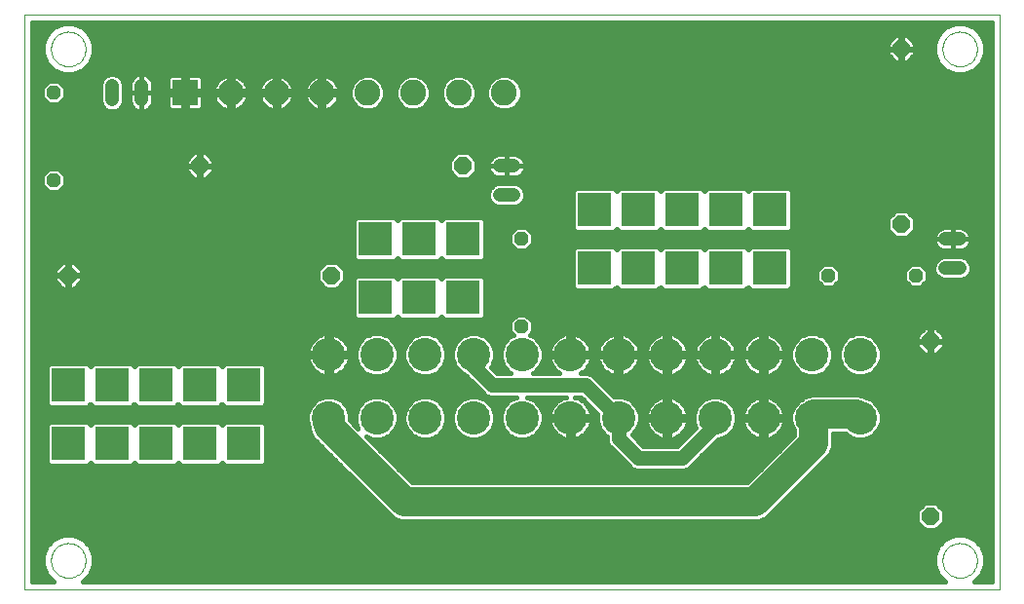
<source format=gbl>
G75*
G70*
%OFA0B0*%
%FSLAX24Y24*%
%IPPOS*%
%LPD*%
%AMOC8*
5,1,8,0,0,1.08239X$1,22.5*
%
%ADD10C,0.0000*%
%ADD11R,0.0886X0.0886*%
%ADD12C,0.0886*%
%ADD13C,0.1142*%
%ADD14OC8,0.0600*%
%ADD15OC8,0.0480*%
%ADD16C,0.0480*%
%ADD17C,0.0160*%
%ADD18R,0.1181X0.1181*%
%ADD19C,0.0500*%
%ADD20C,0.1000*%
D10*
X000180Y000680D02*
X000180Y020365D01*
X033550Y020365D01*
X033550Y000680D01*
X000180Y000680D01*
X001089Y001680D02*
X001091Y001728D01*
X001097Y001776D01*
X001107Y001823D01*
X001120Y001869D01*
X001138Y001914D01*
X001158Y001958D01*
X001183Y002000D01*
X001211Y002039D01*
X001241Y002076D01*
X001275Y002110D01*
X001312Y002142D01*
X001350Y002171D01*
X001391Y002196D01*
X001434Y002218D01*
X001479Y002236D01*
X001525Y002250D01*
X001572Y002261D01*
X001620Y002268D01*
X001668Y002271D01*
X001716Y002270D01*
X001764Y002265D01*
X001812Y002256D01*
X001858Y002244D01*
X001903Y002227D01*
X001947Y002207D01*
X001989Y002184D01*
X002029Y002157D01*
X002067Y002127D01*
X002102Y002094D01*
X002134Y002058D01*
X002164Y002020D01*
X002190Y001979D01*
X002212Y001936D01*
X002232Y001892D01*
X002247Y001847D01*
X002259Y001800D01*
X002267Y001752D01*
X002271Y001704D01*
X002271Y001656D01*
X002267Y001608D01*
X002259Y001560D01*
X002247Y001513D01*
X002232Y001468D01*
X002212Y001424D01*
X002190Y001381D01*
X002164Y001340D01*
X002134Y001302D01*
X002102Y001266D01*
X002067Y001233D01*
X002029Y001203D01*
X001989Y001176D01*
X001947Y001153D01*
X001903Y001133D01*
X001858Y001116D01*
X001812Y001104D01*
X001764Y001095D01*
X001716Y001090D01*
X001668Y001089D01*
X001620Y001092D01*
X001572Y001099D01*
X001525Y001110D01*
X001479Y001124D01*
X001434Y001142D01*
X001391Y001164D01*
X001350Y001189D01*
X001312Y001218D01*
X001275Y001250D01*
X001241Y001284D01*
X001211Y001321D01*
X001183Y001360D01*
X001158Y001402D01*
X001138Y001446D01*
X001120Y001491D01*
X001107Y001537D01*
X001097Y001584D01*
X001091Y001632D01*
X001089Y001680D01*
X001089Y019180D02*
X001091Y019228D01*
X001097Y019276D01*
X001107Y019323D01*
X001120Y019369D01*
X001138Y019414D01*
X001158Y019458D01*
X001183Y019500D01*
X001211Y019539D01*
X001241Y019576D01*
X001275Y019610D01*
X001312Y019642D01*
X001350Y019671D01*
X001391Y019696D01*
X001434Y019718D01*
X001479Y019736D01*
X001525Y019750D01*
X001572Y019761D01*
X001620Y019768D01*
X001668Y019771D01*
X001716Y019770D01*
X001764Y019765D01*
X001812Y019756D01*
X001858Y019744D01*
X001903Y019727D01*
X001947Y019707D01*
X001989Y019684D01*
X002029Y019657D01*
X002067Y019627D01*
X002102Y019594D01*
X002134Y019558D01*
X002164Y019520D01*
X002190Y019479D01*
X002212Y019436D01*
X002232Y019392D01*
X002247Y019347D01*
X002259Y019300D01*
X002267Y019252D01*
X002271Y019204D01*
X002271Y019156D01*
X002267Y019108D01*
X002259Y019060D01*
X002247Y019013D01*
X002232Y018968D01*
X002212Y018924D01*
X002190Y018881D01*
X002164Y018840D01*
X002134Y018802D01*
X002102Y018766D01*
X002067Y018733D01*
X002029Y018703D01*
X001989Y018676D01*
X001947Y018653D01*
X001903Y018633D01*
X001858Y018616D01*
X001812Y018604D01*
X001764Y018595D01*
X001716Y018590D01*
X001668Y018589D01*
X001620Y018592D01*
X001572Y018599D01*
X001525Y018610D01*
X001479Y018624D01*
X001434Y018642D01*
X001391Y018664D01*
X001350Y018689D01*
X001312Y018718D01*
X001275Y018750D01*
X001241Y018784D01*
X001211Y018821D01*
X001183Y018860D01*
X001158Y018902D01*
X001138Y018946D01*
X001120Y018991D01*
X001107Y019037D01*
X001097Y019084D01*
X001091Y019132D01*
X001089Y019180D01*
X031589Y019180D02*
X031591Y019228D01*
X031597Y019276D01*
X031607Y019323D01*
X031620Y019369D01*
X031638Y019414D01*
X031658Y019458D01*
X031683Y019500D01*
X031711Y019539D01*
X031741Y019576D01*
X031775Y019610D01*
X031812Y019642D01*
X031850Y019671D01*
X031891Y019696D01*
X031934Y019718D01*
X031979Y019736D01*
X032025Y019750D01*
X032072Y019761D01*
X032120Y019768D01*
X032168Y019771D01*
X032216Y019770D01*
X032264Y019765D01*
X032312Y019756D01*
X032358Y019744D01*
X032403Y019727D01*
X032447Y019707D01*
X032489Y019684D01*
X032529Y019657D01*
X032567Y019627D01*
X032602Y019594D01*
X032634Y019558D01*
X032664Y019520D01*
X032690Y019479D01*
X032712Y019436D01*
X032732Y019392D01*
X032747Y019347D01*
X032759Y019300D01*
X032767Y019252D01*
X032771Y019204D01*
X032771Y019156D01*
X032767Y019108D01*
X032759Y019060D01*
X032747Y019013D01*
X032732Y018968D01*
X032712Y018924D01*
X032690Y018881D01*
X032664Y018840D01*
X032634Y018802D01*
X032602Y018766D01*
X032567Y018733D01*
X032529Y018703D01*
X032489Y018676D01*
X032447Y018653D01*
X032403Y018633D01*
X032358Y018616D01*
X032312Y018604D01*
X032264Y018595D01*
X032216Y018590D01*
X032168Y018589D01*
X032120Y018592D01*
X032072Y018599D01*
X032025Y018610D01*
X031979Y018624D01*
X031934Y018642D01*
X031891Y018664D01*
X031850Y018689D01*
X031812Y018718D01*
X031775Y018750D01*
X031741Y018784D01*
X031711Y018821D01*
X031683Y018860D01*
X031658Y018902D01*
X031638Y018946D01*
X031620Y018991D01*
X031607Y019037D01*
X031597Y019084D01*
X031591Y019132D01*
X031589Y019180D01*
X031589Y001680D02*
X031591Y001728D01*
X031597Y001776D01*
X031607Y001823D01*
X031620Y001869D01*
X031638Y001914D01*
X031658Y001958D01*
X031683Y002000D01*
X031711Y002039D01*
X031741Y002076D01*
X031775Y002110D01*
X031812Y002142D01*
X031850Y002171D01*
X031891Y002196D01*
X031934Y002218D01*
X031979Y002236D01*
X032025Y002250D01*
X032072Y002261D01*
X032120Y002268D01*
X032168Y002271D01*
X032216Y002270D01*
X032264Y002265D01*
X032312Y002256D01*
X032358Y002244D01*
X032403Y002227D01*
X032447Y002207D01*
X032489Y002184D01*
X032529Y002157D01*
X032567Y002127D01*
X032602Y002094D01*
X032634Y002058D01*
X032664Y002020D01*
X032690Y001979D01*
X032712Y001936D01*
X032732Y001892D01*
X032747Y001847D01*
X032759Y001800D01*
X032767Y001752D01*
X032771Y001704D01*
X032771Y001656D01*
X032767Y001608D01*
X032759Y001560D01*
X032747Y001513D01*
X032732Y001468D01*
X032712Y001424D01*
X032690Y001381D01*
X032664Y001340D01*
X032634Y001302D01*
X032602Y001266D01*
X032567Y001233D01*
X032529Y001203D01*
X032489Y001176D01*
X032447Y001153D01*
X032403Y001133D01*
X032358Y001116D01*
X032312Y001104D01*
X032264Y001095D01*
X032216Y001090D01*
X032168Y001089D01*
X032120Y001092D01*
X032072Y001099D01*
X032025Y001110D01*
X031979Y001124D01*
X031934Y001142D01*
X031891Y001164D01*
X031850Y001189D01*
X031812Y001218D01*
X031775Y001250D01*
X031741Y001284D01*
X031711Y001321D01*
X031683Y001360D01*
X031658Y001402D01*
X031638Y001446D01*
X031620Y001491D01*
X031607Y001537D01*
X031597Y001584D01*
X031591Y001632D01*
X031589Y001680D01*
D11*
X005680Y017680D03*
D12*
X007239Y017680D03*
X008798Y017680D03*
X010357Y017680D03*
X011916Y017680D03*
X013475Y017680D03*
X015034Y017680D03*
X016593Y017680D03*
D13*
X017200Y008719D03*
X018853Y008719D03*
X020507Y008719D03*
X022160Y008719D03*
X023814Y008719D03*
X025467Y008719D03*
X027121Y008719D03*
X028774Y008719D03*
X028774Y006554D03*
X027121Y006554D03*
X025467Y006554D03*
X023814Y006554D03*
X022160Y006554D03*
X020507Y006554D03*
X018853Y006554D03*
X017200Y006554D03*
X015546Y006554D03*
X013893Y006554D03*
X012239Y006554D03*
X010586Y006554D03*
X010586Y008719D03*
X012239Y008719D03*
X013893Y008719D03*
X015546Y008719D03*
D14*
X010680Y011430D03*
X006180Y015180D03*
X001680Y011430D03*
X015180Y015180D03*
X030180Y013180D03*
X031180Y009180D03*
X031180Y003180D03*
X030180Y019180D03*
D15*
X030680Y011430D03*
X027680Y011430D03*
X017180Y012680D03*
X017180Y009680D03*
X001180Y014680D03*
X001180Y017680D03*
D16*
X003180Y017440D02*
X003180Y017920D01*
X004180Y017920D02*
X004180Y017440D01*
X016440Y015180D02*
X016920Y015180D01*
X016920Y014180D02*
X016440Y014180D01*
X031690Y012680D02*
X032170Y012680D01*
X032170Y011680D02*
X031690Y011680D01*
D17*
X031378Y011934D02*
X026431Y011934D01*
X026431Y012092D02*
X033270Y012092D01*
X033270Y011934D02*
X032482Y011934D01*
X032509Y011907D02*
X032397Y012019D01*
X032250Y012080D01*
X031610Y012080D01*
X031463Y012019D01*
X031351Y011907D01*
X031290Y011760D01*
X031290Y011600D01*
X031351Y011453D01*
X031463Y011341D01*
X031610Y011280D01*
X032250Y011280D01*
X032397Y011341D01*
X032509Y011453D01*
X032570Y011600D01*
X032570Y011760D01*
X032509Y011907D01*
X032564Y011775D02*
X033270Y011775D01*
X033270Y011617D02*
X032570Y011617D01*
X032511Y011458D02*
X033270Y011458D01*
X033270Y011300D02*
X032297Y011300D01*
X031563Y011300D02*
X031080Y011300D01*
X031080Y011264D02*
X030846Y011030D01*
X030514Y011030D01*
X030280Y011264D01*
X030280Y011596D01*
X030514Y011830D01*
X030846Y011830D01*
X031080Y011596D01*
X031080Y011264D01*
X030957Y011141D02*
X033270Y011141D01*
X033270Y010983D02*
X026390Y010983D01*
X026431Y011023D02*
X026431Y012337D01*
X026337Y012431D01*
X025023Y012431D01*
X024930Y012337D01*
X024837Y012431D01*
X023523Y012431D01*
X023430Y012337D01*
X023337Y012431D01*
X022023Y012431D01*
X021930Y012337D01*
X021837Y012431D01*
X020523Y012431D01*
X020430Y012337D01*
X020337Y012431D01*
X019023Y012431D01*
X018929Y012337D01*
X018929Y011023D01*
X019023Y010929D01*
X020337Y010929D01*
X020430Y011023D01*
X020523Y010929D01*
X021837Y010929D01*
X021930Y011023D01*
X022023Y010929D01*
X023337Y010929D01*
X023430Y011023D01*
X023523Y010929D01*
X024837Y010929D01*
X024930Y011023D01*
X025023Y010929D01*
X026337Y010929D01*
X026431Y011023D01*
X026431Y011141D02*
X027403Y011141D01*
X027514Y011030D02*
X027280Y011264D01*
X027280Y011596D01*
X027514Y011830D01*
X027846Y011830D01*
X028080Y011596D01*
X028080Y011264D01*
X027846Y011030D01*
X027514Y011030D01*
X027280Y011300D02*
X026431Y011300D01*
X026431Y011458D02*
X027280Y011458D01*
X027301Y011617D02*
X026431Y011617D01*
X026431Y011775D02*
X027459Y011775D01*
X027901Y011775D02*
X030459Y011775D01*
X030301Y011617D02*
X028059Y011617D01*
X028080Y011458D02*
X030280Y011458D01*
X030280Y011300D02*
X028080Y011300D01*
X027957Y011141D02*
X030403Y011141D01*
X031080Y011458D02*
X031349Y011458D01*
X031290Y011617D02*
X031059Y011617D01*
X030901Y011775D02*
X031296Y011775D01*
X031501Y012326D02*
X031573Y012295D01*
X031651Y012280D01*
X031930Y012280D01*
X032209Y012280D01*
X032287Y012295D01*
X032359Y012326D01*
X032425Y012369D01*
X032481Y012425D01*
X032524Y012491D01*
X032555Y012563D01*
X032570Y012641D01*
X032570Y012680D01*
X032570Y012719D01*
X032555Y012797D01*
X032524Y012869D01*
X032481Y012935D01*
X032425Y012991D01*
X032359Y013034D01*
X032287Y013065D01*
X032209Y013080D01*
X031930Y013080D01*
X031930Y012680D01*
X031930Y012680D01*
X032570Y012680D01*
X031930Y012680D01*
X031930Y012680D01*
X031930Y013080D01*
X031651Y013080D01*
X031573Y013065D01*
X031501Y013034D01*
X031435Y012991D01*
X031379Y012935D01*
X031336Y012869D01*
X031305Y012797D01*
X031290Y012719D01*
X031290Y012680D01*
X031930Y012680D01*
X031930Y012280D01*
X031930Y012680D01*
X031930Y012680D01*
X031930Y012680D01*
X031290Y012680D01*
X031290Y012641D01*
X031305Y012563D01*
X031336Y012491D01*
X031379Y012425D01*
X031435Y012369D01*
X031501Y012326D01*
X031395Y012409D02*
X026358Y012409D01*
X026431Y012251D02*
X033270Y012251D01*
X033270Y012409D02*
X032465Y012409D01*
X032555Y012568D02*
X033270Y012568D01*
X033270Y012726D02*
X032569Y012726D01*
X032514Y012885D02*
X033270Y012885D01*
X033270Y013043D02*
X032339Y013043D01*
X031930Y013043D02*
X031930Y013043D01*
X031930Y012885D02*
X031930Y012885D01*
X031930Y012726D02*
X031930Y012726D01*
X031930Y012568D02*
X031930Y012568D01*
X031930Y012409D02*
X031930Y012409D01*
X031305Y012568D02*
X017580Y012568D01*
X017580Y012514D02*
X017346Y012280D01*
X017014Y012280D01*
X016780Y012514D01*
X016780Y012846D01*
X017014Y013080D01*
X017346Y013080D01*
X017580Y012846D01*
X017580Y012514D01*
X017475Y012409D02*
X019002Y012409D01*
X018929Y012251D02*
X015931Y012251D01*
X015931Y012409D02*
X016885Y012409D01*
X016780Y012568D02*
X015931Y012568D01*
X015931Y012726D02*
X016780Y012726D01*
X016819Y012885D02*
X015931Y012885D01*
X015931Y013043D02*
X016977Y013043D01*
X017383Y013043D02*
X018929Y013043D01*
X018929Y013023D02*
X019023Y012929D01*
X020337Y012929D01*
X020430Y013023D01*
X020523Y012929D01*
X021837Y012929D01*
X021930Y013023D01*
X022023Y012929D01*
X023337Y012929D01*
X023430Y013023D01*
X023523Y012929D01*
X024837Y012929D01*
X024930Y013023D01*
X025023Y012929D01*
X026337Y012929D01*
X026431Y013023D01*
X026431Y014337D01*
X026337Y014431D01*
X025023Y014431D01*
X024930Y014337D01*
X024837Y014431D01*
X023523Y014431D01*
X023430Y014337D01*
X023337Y014431D01*
X022023Y014431D01*
X021930Y014337D01*
X021837Y014431D01*
X020523Y014431D01*
X020430Y014337D01*
X020337Y014431D01*
X019023Y014431D01*
X018929Y014337D01*
X018929Y013023D01*
X018929Y013202D02*
X015931Y013202D01*
X015931Y013337D02*
X015837Y013431D01*
X014523Y013431D01*
X014430Y013337D01*
X014337Y013431D01*
X013023Y013431D01*
X012930Y013337D01*
X012837Y013431D01*
X011523Y013431D01*
X011429Y013337D01*
X011429Y012023D01*
X011523Y011929D01*
X012837Y011929D01*
X012930Y012023D01*
X013023Y011929D01*
X014337Y011929D01*
X014430Y012023D01*
X014523Y011929D01*
X015837Y011929D01*
X015931Y012023D01*
X015931Y013337D01*
X015907Y013360D02*
X018929Y013360D01*
X018929Y013519D02*
X000460Y013519D01*
X000460Y013677D02*
X018929Y013677D01*
X018929Y013836D02*
X017134Y013836D01*
X017147Y013841D02*
X017259Y013953D01*
X017320Y014100D01*
X017320Y014260D01*
X017259Y014407D01*
X017147Y014519D01*
X017000Y014580D01*
X016360Y014580D01*
X016213Y014519D01*
X016101Y014407D01*
X016040Y014260D01*
X016040Y014100D01*
X016101Y013953D01*
X016213Y013841D01*
X016360Y013780D01*
X017000Y013780D01*
X017147Y013841D01*
X017276Y013994D02*
X018929Y013994D01*
X018929Y014153D02*
X017320Y014153D01*
X017299Y014311D02*
X018929Y014311D01*
X017196Y014470D02*
X033270Y014470D01*
X033270Y014628D02*
X001580Y014628D01*
X001580Y014514D02*
X001346Y014280D01*
X001014Y014280D01*
X000780Y014514D01*
X000780Y014846D01*
X001014Y015080D01*
X001346Y015080D01*
X001580Y014846D01*
X001580Y014514D01*
X001535Y014470D02*
X016164Y014470D01*
X016061Y014311D02*
X001377Y014311D01*
X000983Y014311D02*
X000460Y014311D01*
X000460Y014153D02*
X016040Y014153D01*
X016084Y013994D02*
X000460Y013994D01*
X000460Y013836D02*
X016226Y013836D01*
X015371Y014720D02*
X014989Y014720D01*
X014720Y014989D01*
X014720Y015371D01*
X014989Y015640D01*
X015371Y015640D01*
X015640Y015371D01*
X015640Y014989D01*
X015371Y014720D01*
X015437Y014787D02*
X016368Y014787D01*
X016401Y014780D02*
X016680Y014780D01*
X016959Y014780D01*
X017037Y014795D01*
X017109Y014826D01*
X017175Y014869D01*
X017231Y014925D01*
X017274Y014991D01*
X017305Y015063D01*
X017320Y015141D01*
X017320Y015180D01*
X017320Y015219D01*
X017305Y015297D01*
X017274Y015369D01*
X017231Y015435D01*
X017175Y015491D01*
X017109Y015534D01*
X017037Y015565D01*
X016959Y015580D01*
X016680Y015580D01*
X016680Y015180D01*
X016680Y015180D01*
X017320Y015180D01*
X016680Y015180D01*
X016680Y015180D01*
X016680Y015580D01*
X016401Y015580D01*
X016323Y015565D01*
X016251Y015534D01*
X016185Y015491D01*
X016129Y015435D01*
X016086Y015369D01*
X016055Y015297D01*
X016040Y015219D01*
X016040Y015180D01*
X016680Y015180D01*
X016680Y014780D01*
X016680Y015180D01*
X016680Y015180D01*
X016680Y015180D01*
X016040Y015180D01*
X016040Y015141D01*
X016055Y015063D01*
X016086Y014991D01*
X016129Y014925D01*
X016185Y014869D01*
X016251Y014826D01*
X016323Y014795D01*
X016401Y014780D01*
X016680Y014787D02*
X016680Y014787D01*
X016680Y014945D02*
X016680Y014945D01*
X016680Y015104D02*
X016680Y015104D01*
X016680Y015262D02*
X016680Y015262D01*
X016680Y015421D02*
X016680Y015421D01*
X016680Y015579D02*
X016680Y015579D01*
X016396Y015579D02*
X015432Y015579D01*
X015590Y015421D02*
X016120Y015421D01*
X016048Y015262D02*
X015640Y015262D01*
X015640Y015104D02*
X016047Y015104D01*
X016116Y014945D02*
X015596Y014945D01*
X014923Y014787D02*
X006437Y014787D01*
X006371Y014720D02*
X006640Y014989D01*
X006640Y015160D01*
X006200Y015160D01*
X006200Y015200D01*
X006640Y015200D01*
X006640Y015371D01*
X006371Y015640D01*
X006200Y015640D01*
X006200Y015200D01*
X006160Y015200D01*
X006160Y015640D01*
X005989Y015640D01*
X005720Y015371D01*
X005720Y015200D01*
X006160Y015200D01*
X006160Y015160D01*
X006200Y015160D01*
X006200Y014720D01*
X006371Y014720D01*
X006200Y014787D02*
X006160Y014787D01*
X006160Y014720D02*
X005989Y014720D01*
X005720Y014989D01*
X005720Y015160D01*
X006160Y015160D01*
X006160Y014720D01*
X006160Y014945D02*
X006200Y014945D01*
X006200Y015104D02*
X006160Y015104D01*
X006160Y015262D02*
X006200Y015262D01*
X006200Y015421D02*
X006160Y015421D01*
X006160Y015579D02*
X006200Y015579D01*
X006432Y015579D02*
X014928Y015579D01*
X014770Y015421D02*
X006590Y015421D01*
X006640Y015262D02*
X014720Y015262D01*
X014720Y015104D02*
X006640Y015104D01*
X006596Y014945D02*
X014764Y014945D01*
X014453Y013360D02*
X014407Y013360D01*
X012953Y013360D02*
X012907Y013360D01*
X011453Y013360D02*
X000460Y013360D01*
X000460Y013202D02*
X011429Y013202D01*
X011429Y013043D02*
X000460Y013043D01*
X000460Y012885D02*
X011429Y012885D01*
X011429Y012726D02*
X000460Y012726D01*
X000460Y012568D02*
X011429Y012568D01*
X011429Y012409D02*
X000460Y012409D01*
X000460Y012251D02*
X011429Y012251D01*
X011429Y012092D02*
X000460Y012092D01*
X000460Y011934D02*
X011519Y011934D01*
X010986Y011775D02*
X018929Y011775D01*
X018929Y011617D02*
X011140Y011617D01*
X011140Y011621D02*
X010871Y011890D01*
X010489Y011890D01*
X010220Y011621D01*
X010220Y011239D01*
X010489Y010970D01*
X010871Y010970D01*
X011140Y011239D01*
X011140Y011621D01*
X011140Y011458D02*
X018929Y011458D01*
X018929Y011300D02*
X015931Y011300D01*
X015931Y011337D02*
X015837Y011431D01*
X014523Y011431D01*
X014430Y011337D01*
X014337Y011431D01*
X013023Y011431D01*
X012930Y011337D01*
X012837Y011431D01*
X011523Y011431D01*
X011429Y011337D01*
X011429Y010023D01*
X011523Y009929D01*
X012837Y009929D01*
X012930Y010023D01*
X013023Y009929D01*
X014337Y009929D01*
X014430Y010023D01*
X014523Y009929D01*
X015837Y009929D01*
X015931Y010023D01*
X015931Y011337D01*
X015931Y011141D02*
X018929Y011141D01*
X018970Y010983D02*
X015931Y010983D01*
X015931Y010824D02*
X033270Y010824D01*
X033270Y010666D02*
X015931Y010666D01*
X015931Y010507D02*
X033270Y010507D01*
X033270Y010349D02*
X015931Y010349D01*
X015931Y010190D02*
X033270Y010190D01*
X033270Y010032D02*
X017394Y010032D01*
X017346Y010080D02*
X017580Y009846D01*
X017580Y009514D01*
X017466Y009400D01*
X017614Y009339D01*
X017819Y009133D01*
X017931Y008865D01*
X017931Y008574D01*
X017819Y008305D01*
X017614Y008100D01*
X017590Y008090D01*
X018482Y008090D01*
X018446Y008110D01*
X018370Y008169D01*
X018303Y008236D01*
X018244Y008312D01*
X018196Y008395D01*
X018160Y008484D01*
X018135Y008576D01*
X018127Y008639D01*
X018773Y008639D01*
X018773Y008799D01*
X018127Y008799D01*
X018135Y008862D01*
X018160Y008955D01*
X018196Y009043D01*
X018244Y009126D01*
X018303Y009202D01*
X018370Y009270D01*
X018446Y009328D01*
X018529Y009376D01*
X018618Y009413D01*
X018710Y009438D01*
X018773Y009446D01*
X018773Y008799D01*
X018933Y008799D01*
X019580Y008799D01*
X019572Y008862D01*
X019547Y008955D01*
X019510Y009043D01*
X019462Y009126D01*
X019404Y009202D01*
X019336Y009270D01*
X019260Y009328D01*
X019177Y009376D01*
X019089Y009413D01*
X018996Y009438D01*
X018933Y009446D01*
X018933Y008799D01*
X018933Y008639D01*
X019580Y008639D01*
X019572Y008576D01*
X019547Y008484D01*
X019510Y008395D01*
X019462Y008312D01*
X019404Y008236D01*
X019336Y008169D01*
X019260Y008110D01*
X019225Y008090D01*
X019462Y008090D01*
X019613Y008028D01*
X020357Y007283D01*
X020361Y007285D01*
X020652Y007285D01*
X020921Y007174D01*
X021126Y006968D01*
X021238Y006699D01*
X021238Y006409D01*
X021126Y006140D01*
X020963Y005977D01*
X021350Y005590D01*
X022510Y005590D01*
X023155Y006235D01*
X023083Y006409D01*
X023083Y006699D01*
X023194Y006968D01*
X023400Y007174D01*
X023668Y007285D01*
X023959Y007285D01*
X024228Y007174D01*
X024433Y006968D01*
X024545Y006699D01*
X024545Y006409D01*
X024433Y006140D01*
X024228Y005934D01*
X023959Y005823D01*
X023903Y005823D01*
X022912Y004832D01*
X022762Y004770D01*
X021098Y004770D01*
X020948Y004832D01*
X020832Y004948D01*
X020832Y004948D01*
X020275Y005506D01*
X020275Y005506D01*
X020159Y005621D01*
X020097Y005772D01*
X020097Y005933D01*
X020093Y005934D01*
X019887Y006140D01*
X019776Y006409D01*
X019776Y006699D01*
X019778Y006703D01*
X019211Y007270D01*
X019005Y007270D01*
X019089Y007248D01*
X019177Y007211D01*
X019260Y007163D01*
X019336Y007105D01*
X019404Y007037D01*
X019462Y006961D01*
X019510Y006878D01*
X019547Y006789D01*
X019572Y006697D01*
X019580Y006634D01*
X018933Y006634D01*
X018933Y006474D01*
X018933Y005827D01*
X018996Y005836D01*
X019089Y005860D01*
X019177Y005897D01*
X019260Y005945D01*
X019336Y006003D01*
X019404Y006071D01*
X019462Y006147D01*
X019510Y006230D01*
X019547Y006319D01*
X019572Y006411D01*
X019580Y006474D01*
X018933Y006474D01*
X018773Y006474D01*
X018127Y006474D01*
X018135Y006411D01*
X018160Y006319D01*
X018196Y006230D01*
X018244Y006147D01*
X018303Y006071D01*
X018370Y006003D01*
X018446Y005945D01*
X018529Y005897D01*
X018618Y005860D01*
X018710Y005836D01*
X018773Y005827D01*
X018773Y006474D01*
X018773Y006634D01*
X018127Y006634D01*
X018135Y006697D01*
X018160Y006789D01*
X018196Y006878D01*
X018244Y006961D01*
X018303Y007037D01*
X018370Y007105D01*
X018446Y007163D01*
X018529Y007211D01*
X018618Y007248D01*
X018701Y007270D01*
X017381Y007270D01*
X017614Y007174D01*
X017819Y006968D01*
X017931Y006699D01*
X017931Y006409D01*
X017819Y006140D01*
X017614Y005934D01*
X017345Y005823D01*
X017054Y005823D01*
X016786Y005934D01*
X016580Y006140D01*
X016469Y006409D01*
X016469Y006699D01*
X016580Y006968D01*
X016786Y007174D01*
X017018Y007270D01*
X016098Y007270D01*
X015948Y007332D01*
X015832Y007448D01*
X015215Y008066D01*
X015132Y008100D01*
X014927Y008305D01*
X014815Y008574D01*
X014815Y008865D01*
X014927Y009133D01*
X015132Y009339D01*
X015401Y009450D01*
X015692Y009450D01*
X015960Y009339D01*
X016166Y009133D01*
X016277Y008865D01*
X016277Y008574D01*
X016166Y008305D01*
X016150Y008290D01*
X016350Y008090D01*
X016809Y008090D01*
X016786Y008100D01*
X016580Y008305D01*
X016469Y008574D01*
X016469Y008865D01*
X016580Y009133D01*
X016786Y009339D01*
X016906Y009389D01*
X016780Y009514D01*
X016780Y009846D01*
X017014Y010080D01*
X017346Y010080D01*
X017553Y009873D02*
X033270Y009873D01*
X033270Y009715D02*
X017580Y009715D01*
X017580Y009556D02*
X030905Y009556D01*
X030989Y009640D02*
X030720Y009371D01*
X030720Y009200D01*
X031160Y009200D01*
X031160Y009640D01*
X030989Y009640D01*
X031160Y009556D02*
X031200Y009556D01*
X031200Y009640D02*
X031200Y009200D01*
X031160Y009200D01*
X031160Y009160D01*
X030720Y009160D01*
X030720Y008989D01*
X030989Y008720D01*
X031160Y008720D01*
X031160Y009160D01*
X031200Y009160D01*
X031200Y009200D01*
X031640Y009200D01*
X031640Y009371D01*
X031371Y009640D01*
X031200Y009640D01*
X031200Y009398D02*
X031160Y009398D01*
X031160Y009239D02*
X031200Y009239D01*
X031200Y009160D02*
X031640Y009160D01*
X031640Y008989D01*
X031371Y008720D01*
X031200Y008720D01*
X031200Y009160D01*
X031200Y009081D02*
X031160Y009081D01*
X031160Y008922D02*
X031200Y008922D01*
X031200Y008764D02*
X031160Y008764D01*
X030946Y008764D02*
X029505Y008764D01*
X029505Y008865D02*
X029505Y008574D01*
X029394Y008305D01*
X029188Y008100D01*
X028920Y007989D01*
X028629Y007989D01*
X028360Y008100D01*
X028155Y008305D01*
X028044Y008574D01*
X028044Y008865D01*
X028155Y009133D01*
X028360Y009339D01*
X028629Y009450D01*
X028920Y009450D01*
X029188Y009339D01*
X029394Y009133D01*
X029505Y008865D01*
X029482Y008922D02*
X030787Y008922D01*
X030720Y009081D02*
X029416Y009081D01*
X029288Y009239D02*
X030720Y009239D01*
X030747Y009398D02*
X029047Y009398D01*
X028502Y009398D02*
X027394Y009398D01*
X027266Y009450D02*
X026976Y009450D01*
X026707Y009339D01*
X026501Y009133D01*
X026390Y008865D01*
X026390Y008574D01*
X026501Y008305D01*
X026707Y008100D01*
X026976Y007989D01*
X027266Y007989D01*
X027535Y008100D01*
X027741Y008305D01*
X027852Y008574D01*
X027852Y008865D01*
X027741Y009133D01*
X027535Y009339D01*
X027266Y009450D01*
X026848Y009398D02*
X025740Y009398D01*
X025703Y009413D02*
X025610Y009438D01*
X025547Y009446D01*
X025547Y008799D01*
X025387Y008799D01*
X025387Y008639D01*
X025547Y008639D01*
X025547Y007993D01*
X025610Y008001D01*
X025703Y008026D01*
X025791Y008062D01*
X025874Y008110D01*
X025950Y008169D01*
X026018Y008236D01*
X026076Y008312D01*
X026124Y008395D01*
X026161Y008484D01*
X026186Y008576D01*
X026194Y008639D01*
X025547Y008639D01*
X025547Y008799D01*
X026194Y008799D01*
X026186Y008862D01*
X026161Y008955D01*
X026124Y009043D01*
X026076Y009126D01*
X026018Y009202D01*
X025950Y009270D01*
X025874Y009328D01*
X025791Y009376D01*
X025703Y009413D01*
X025547Y009398D02*
X025387Y009398D01*
X025387Y009446D02*
X025325Y009438D01*
X025232Y009413D01*
X025143Y009376D01*
X025060Y009328D01*
X024984Y009270D01*
X024917Y009202D01*
X024858Y009126D01*
X024811Y009043D01*
X024774Y008955D01*
X024749Y008862D01*
X024741Y008799D01*
X025387Y008799D01*
X025387Y009446D01*
X025195Y009398D02*
X024087Y009398D01*
X024049Y009413D02*
X023957Y009438D01*
X023894Y009446D01*
X023894Y008799D01*
X024540Y008799D01*
X024532Y008862D01*
X024507Y008955D01*
X024471Y009043D01*
X024423Y009126D01*
X024365Y009202D01*
X024297Y009270D01*
X024221Y009328D01*
X024138Y009376D01*
X024049Y009413D01*
X023894Y009398D02*
X023734Y009398D01*
X023734Y009446D02*
X023671Y009438D01*
X023578Y009413D01*
X023490Y009376D01*
X023407Y009328D01*
X023331Y009270D01*
X023263Y009202D01*
X023205Y009126D01*
X023157Y009043D01*
X023120Y008955D01*
X023095Y008862D01*
X023087Y008799D01*
X023734Y008799D01*
X023734Y008639D01*
X023894Y008639D01*
X023894Y007993D01*
X023957Y008001D01*
X024049Y008026D01*
X024138Y008062D01*
X024221Y008110D01*
X024297Y008169D01*
X024365Y008236D01*
X024423Y008312D01*
X024471Y008395D01*
X024507Y008484D01*
X024532Y008576D01*
X024540Y008639D01*
X023894Y008639D01*
X023894Y008799D01*
X023734Y008799D01*
X023734Y009446D01*
X023541Y009398D02*
X022433Y009398D01*
X022396Y009413D02*
X022303Y009438D01*
X022240Y009446D01*
X022240Y008799D01*
X022887Y008799D01*
X022879Y008862D01*
X022854Y008955D01*
X022817Y009043D01*
X022769Y009126D01*
X022711Y009202D01*
X022643Y009270D01*
X022567Y009328D01*
X022484Y009376D01*
X022396Y009413D01*
X022240Y009398D02*
X022080Y009398D01*
X022080Y009446D02*
X022017Y009438D01*
X021925Y009413D01*
X021836Y009376D01*
X021753Y009328D01*
X021677Y009270D01*
X021610Y009202D01*
X021551Y009126D01*
X021503Y009043D01*
X021467Y008955D01*
X021442Y008862D01*
X021434Y008799D01*
X022080Y008799D01*
X022080Y008639D01*
X022240Y008639D01*
X022240Y007993D01*
X022303Y008001D01*
X022396Y008026D01*
X022484Y008062D01*
X022567Y008110D01*
X022643Y008169D01*
X022711Y008236D01*
X022769Y008312D01*
X022817Y008395D01*
X022854Y008484D01*
X022879Y008576D01*
X022887Y008639D01*
X022240Y008639D01*
X022240Y008799D01*
X022080Y008799D01*
X022080Y009446D01*
X021888Y009398D02*
X020779Y009398D01*
X020742Y009413D02*
X020650Y009438D01*
X020587Y009446D01*
X020587Y008799D01*
X021233Y008799D01*
X021225Y008862D01*
X021200Y008955D01*
X021164Y009043D01*
X021116Y009126D01*
X021057Y009202D01*
X020990Y009270D01*
X020914Y009328D01*
X020831Y009376D01*
X020742Y009413D01*
X020587Y009398D02*
X020427Y009398D01*
X020427Y009446D02*
X020364Y009438D01*
X020271Y009413D01*
X020183Y009376D01*
X020100Y009328D01*
X020024Y009270D01*
X019956Y009202D01*
X019898Y009126D01*
X019850Y009043D01*
X019813Y008955D01*
X019788Y008862D01*
X019780Y008799D01*
X020427Y008799D01*
X020427Y008639D01*
X020587Y008639D01*
X020587Y007993D01*
X020650Y008001D01*
X020742Y008026D01*
X020831Y008062D01*
X020914Y008110D01*
X020990Y008169D01*
X021057Y008236D01*
X021116Y008312D01*
X021164Y008395D01*
X021200Y008484D01*
X021225Y008576D01*
X021233Y008639D01*
X020587Y008639D01*
X020587Y008799D01*
X020427Y008799D01*
X020427Y009446D01*
X020234Y009398D02*
X019126Y009398D01*
X018933Y009398D02*
X018773Y009398D01*
X018773Y009239D02*
X018933Y009239D01*
X018933Y009081D02*
X018773Y009081D01*
X018773Y008922D02*
X018933Y008922D01*
X018933Y008764D02*
X020427Y008764D01*
X020427Y008639D02*
X019780Y008639D01*
X019788Y008576D01*
X019813Y008484D01*
X019850Y008395D01*
X019898Y008312D01*
X019956Y008236D01*
X020024Y008169D01*
X020100Y008110D01*
X020183Y008062D01*
X020271Y008026D01*
X020364Y008001D01*
X020427Y007993D01*
X020427Y008639D01*
X020427Y008605D02*
X020587Y008605D01*
X020587Y008447D02*
X020427Y008447D01*
X020427Y008288D02*
X020587Y008288D01*
X020587Y008130D02*
X020427Y008130D01*
X020075Y008130D02*
X019285Y008130D01*
X019443Y008288D02*
X019917Y008288D01*
X019829Y008447D02*
X019531Y008447D01*
X019575Y008605D02*
X019785Y008605D01*
X019804Y008922D02*
X019556Y008922D01*
X019489Y009081D02*
X019871Y009081D01*
X019993Y009239D02*
X019367Y009239D01*
X018581Y009398D02*
X017472Y009398D01*
X017714Y009239D02*
X018339Y009239D01*
X018218Y009081D02*
X017841Y009081D01*
X017907Y008922D02*
X018151Y008922D01*
X017931Y008764D02*
X018773Y008764D01*
X018175Y008447D02*
X017878Y008447D01*
X017931Y008605D02*
X018131Y008605D01*
X018263Y008288D02*
X017802Y008288D01*
X017643Y008130D02*
X018421Y008130D01*
X019670Y007971D02*
X033270Y007971D01*
X033270Y007813D02*
X019828Y007813D01*
X019987Y007654D02*
X033270Y007654D01*
X033270Y007496D02*
X020145Y007496D01*
X020304Y007337D02*
X027042Y007337D01*
X027049Y007340D02*
X026806Y007240D01*
X026764Y007197D01*
X026707Y007174D01*
X026501Y006968D01*
X026390Y006699D01*
X026390Y006409D01*
X026501Y006140D01*
X026520Y006121D01*
X026520Y005953D01*
X024907Y004340D01*
X013453Y004340D01*
X011883Y005910D01*
X012094Y005823D01*
X012384Y005823D01*
X012653Y005934D01*
X012859Y006140D01*
X012970Y006409D01*
X012970Y006699D01*
X012859Y006968D01*
X012653Y007174D01*
X012384Y007285D01*
X012094Y007285D01*
X011825Y007174D01*
X011619Y006968D01*
X011508Y006699D01*
X011508Y006409D01*
X011595Y006198D01*
X011316Y006477D01*
X011316Y006699D01*
X011205Y006968D01*
X011000Y007174D01*
X010731Y007285D01*
X010440Y007285D01*
X010172Y007174D01*
X009966Y006968D01*
X009855Y006699D01*
X009855Y006409D01*
X009926Y006238D01*
X009926Y006143D01*
X010026Y005901D01*
X012620Y003306D01*
X012806Y003120D01*
X013049Y003020D01*
X025311Y003020D01*
X025554Y003120D01*
X027554Y005120D01*
X027740Y005306D01*
X027840Y005549D01*
X027840Y006020D01*
X028275Y006020D01*
X028360Y005934D01*
X028629Y005823D01*
X028920Y005823D01*
X029188Y005934D01*
X029394Y006140D01*
X029505Y006409D01*
X029505Y006699D01*
X029394Y006968D01*
X029188Y007174D01*
X028920Y007285D01*
X028913Y007285D01*
X028780Y007340D01*
X027049Y007340D01*
X026719Y007179D02*
X025847Y007179D01*
X025874Y007163D02*
X025791Y007211D01*
X025703Y007248D01*
X025610Y007272D01*
X025547Y007281D01*
X025547Y006634D01*
X025387Y006634D01*
X025387Y006474D01*
X024741Y006474D01*
X024749Y006411D01*
X024774Y006319D01*
X024811Y006230D01*
X024858Y006147D01*
X024917Y006071D01*
X024984Y006003D01*
X025060Y005945D01*
X025143Y005897D01*
X025232Y005860D01*
X025325Y005836D01*
X025387Y005827D01*
X025387Y006474D01*
X025547Y006474D01*
X025547Y005827D01*
X025610Y005836D01*
X025703Y005860D01*
X025791Y005897D01*
X025874Y005945D01*
X025950Y006003D01*
X026018Y006071D01*
X026076Y006147D01*
X026124Y006230D01*
X026161Y006319D01*
X026186Y006411D01*
X026194Y006474D01*
X025547Y006474D01*
X025547Y006634D01*
X026194Y006634D01*
X026186Y006697D01*
X026161Y006789D01*
X026124Y006878D01*
X026076Y006961D01*
X026018Y007037D01*
X025950Y007105D01*
X025874Y007163D01*
X026031Y007020D02*
X026553Y007020D01*
X026457Y006862D02*
X026131Y006862D01*
X026184Y006703D02*
X026392Y006703D01*
X026390Y006545D02*
X025547Y006545D01*
X025547Y006703D02*
X025387Y006703D01*
X025387Y006634D02*
X025387Y007281D01*
X025325Y007272D01*
X025232Y007248D01*
X025143Y007211D01*
X025060Y007163D01*
X024984Y007105D01*
X024917Y007037D01*
X024858Y006961D01*
X024811Y006878D01*
X024774Y006789D01*
X024749Y006697D01*
X024741Y006634D01*
X025387Y006634D01*
X025387Y006545D02*
X024545Y006545D01*
X024543Y006703D02*
X024751Y006703D01*
X024804Y006862D02*
X024478Y006862D01*
X024381Y007020D02*
X024904Y007020D01*
X025087Y007179D02*
X024216Y007179D01*
X023412Y007179D02*
X022540Y007179D01*
X022567Y007163D02*
X022484Y007211D01*
X022396Y007248D01*
X022303Y007272D01*
X022240Y007281D01*
X022240Y006634D01*
X022080Y006634D01*
X022080Y006474D01*
X021434Y006474D01*
X021442Y006411D01*
X021467Y006319D01*
X021503Y006230D01*
X021551Y006147D01*
X021610Y006071D01*
X021677Y006003D01*
X021753Y005945D01*
X021836Y005897D01*
X021925Y005860D01*
X022017Y005836D01*
X022080Y005827D01*
X022080Y006474D01*
X022240Y006474D01*
X022240Y005827D01*
X022303Y005836D01*
X022396Y005860D01*
X022484Y005897D01*
X022567Y005945D01*
X022643Y006003D01*
X022711Y006071D01*
X022769Y006147D01*
X022817Y006230D01*
X022854Y006319D01*
X022879Y006411D01*
X022887Y006474D01*
X022240Y006474D01*
X022240Y006634D01*
X022887Y006634D01*
X022879Y006697D01*
X022854Y006789D01*
X022817Y006878D01*
X022769Y006961D01*
X022711Y007037D01*
X022643Y007105D01*
X022567Y007163D01*
X022724Y007020D02*
X023246Y007020D01*
X023150Y006862D02*
X022824Y006862D01*
X022877Y006703D02*
X023084Y006703D01*
X023083Y006545D02*
X022240Y006545D01*
X022240Y006703D02*
X022080Y006703D01*
X022080Y006634D02*
X022080Y007281D01*
X022017Y007272D01*
X021925Y007248D01*
X021836Y007211D01*
X021753Y007163D01*
X021677Y007105D01*
X021610Y007037D01*
X021551Y006961D01*
X021503Y006878D01*
X021467Y006789D01*
X021442Y006697D01*
X021434Y006634D01*
X022080Y006634D01*
X022080Y006545D02*
X021238Y006545D01*
X021236Y006703D02*
X021444Y006703D01*
X021497Y006862D02*
X021170Y006862D01*
X021074Y007020D02*
X021597Y007020D01*
X021780Y007179D02*
X020909Y007179D01*
X019777Y006703D02*
X019570Y006703D01*
X019619Y006862D02*
X019517Y006862D01*
X019461Y007020D02*
X019417Y007020D01*
X019302Y007179D02*
X019233Y007179D01*
X018473Y007179D02*
X017602Y007179D01*
X017767Y007020D02*
X018290Y007020D01*
X018190Y006862D02*
X017863Y006862D01*
X017929Y006703D02*
X018137Y006703D01*
X017931Y006545D02*
X018773Y006545D01*
X018773Y006386D02*
X018933Y006386D01*
X018933Y006228D02*
X018773Y006228D01*
X018773Y006069D02*
X018933Y006069D01*
X018933Y005911D02*
X018773Y005911D01*
X018506Y005911D02*
X017556Y005911D01*
X017748Y006069D02*
X018305Y006069D01*
X018198Y006228D02*
X017856Y006228D01*
X017921Y006386D02*
X018142Y006386D01*
X018933Y006545D02*
X019776Y006545D01*
X019785Y006386D02*
X019565Y006386D01*
X019509Y006228D02*
X019851Y006228D01*
X019958Y006069D02*
X019402Y006069D01*
X019200Y005911D02*
X020097Y005911D01*
X020105Y005752D02*
X012041Y005752D01*
X012200Y005594D02*
X020187Y005594D01*
X020345Y005435D02*
X012358Y005435D01*
X012517Y005277D02*
X020504Y005277D01*
X020662Y005118D02*
X012675Y005118D01*
X012834Y004960D02*
X020821Y004960D01*
X021024Y004801D02*
X012992Y004801D01*
X013151Y004643D02*
X025209Y004643D01*
X025368Y004801D02*
X022836Y004801D01*
X023039Y004960D02*
X025526Y004960D01*
X025685Y005118D02*
X023198Y005118D01*
X023356Y005277D02*
X025843Y005277D01*
X026002Y005435D02*
X023515Y005435D01*
X023673Y005594D02*
X026160Y005594D01*
X026319Y005752D02*
X023832Y005752D01*
X024170Y005911D02*
X025120Y005911D01*
X024919Y006069D02*
X024362Y006069D01*
X024470Y006228D02*
X024812Y006228D01*
X024756Y006386D02*
X024535Y006386D01*
X025387Y006386D02*
X025547Y006386D01*
X025547Y006228D02*
X025387Y006228D01*
X025387Y006069D02*
X025547Y006069D01*
X025547Y005911D02*
X025387Y005911D01*
X025815Y005911D02*
X026477Y005911D01*
X026520Y006069D02*
X026016Y006069D01*
X026123Y006228D02*
X026465Y006228D01*
X026399Y006386D02*
X026179Y006386D01*
X025547Y006862D02*
X025387Y006862D01*
X025387Y007020D02*
X025547Y007020D01*
X025547Y007179D02*
X025387Y007179D01*
X025387Y007993D02*
X025387Y008639D01*
X024741Y008639D01*
X024749Y008576D01*
X024774Y008484D01*
X024811Y008395D01*
X024858Y008312D01*
X024917Y008236D01*
X024984Y008169D01*
X025060Y008110D01*
X025143Y008062D01*
X025232Y008026D01*
X025325Y008001D01*
X025387Y007993D01*
X025387Y008130D02*
X025547Y008130D01*
X025547Y008288D02*
X025387Y008288D01*
X025387Y008447D02*
X025547Y008447D01*
X025547Y008605D02*
X025387Y008605D01*
X025387Y008764D02*
X023894Y008764D01*
X023894Y008922D02*
X023734Y008922D01*
X023734Y008764D02*
X022240Y008764D01*
X022240Y008922D02*
X022080Y008922D01*
X022080Y008764D02*
X020587Y008764D01*
X020587Y008922D02*
X020427Y008922D01*
X020427Y009081D02*
X020587Y009081D01*
X020587Y009239D02*
X020427Y009239D01*
X021021Y009239D02*
X021646Y009239D01*
X021525Y009081D02*
X021142Y009081D01*
X021209Y008922D02*
X021458Y008922D01*
X021434Y008639D02*
X021442Y008576D01*
X021467Y008484D01*
X021503Y008395D01*
X021551Y008312D01*
X021610Y008236D01*
X021677Y008169D01*
X021753Y008110D01*
X021836Y008062D01*
X021925Y008026D01*
X022017Y008001D01*
X022080Y007993D01*
X022080Y008639D01*
X021434Y008639D01*
X021438Y008605D02*
X021229Y008605D01*
X021185Y008447D02*
X021482Y008447D01*
X021570Y008288D02*
X021097Y008288D01*
X020939Y008130D02*
X021728Y008130D01*
X022080Y008130D02*
X022240Y008130D01*
X022240Y008288D02*
X022080Y008288D01*
X022080Y008447D02*
X022240Y008447D01*
X022240Y008605D02*
X022080Y008605D01*
X022080Y009081D02*
X022240Y009081D01*
X022240Y009239D02*
X022080Y009239D01*
X022674Y009239D02*
X023300Y009239D01*
X023178Y009081D02*
X022796Y009081D01*
X022863Y008922D02*
X023112Y008922D01*
X023087Y008639D02*
X023095Y008576D01*
X023120Y008484D01*
X023157Y008395D01*
X023205Y008312D01*
X023263Y008236D01*
X023331Y008169D01*
X023407Y008110D01*
X023490Y008062D01*
X023578Y008026D01*
X023671Y008001D01*
X023734Y007993D01*
X023734Y008639D01*
X023087Y008639D01*
X023092Y008605D02*
X022882Y008605D01*
X022838Y008447D02*
X023136Y008447D01*
X023224Y008288D02*
X022751Y008288D01*
X022592Y008130D02*
X023382Y008130D01*
X023734Y008130D02*
X023894Y008130D01*
X023894Y008288D02*
X023734Y008288D01*
X023734Y008447D02*
X023894Y008447D01*
X023894Y008605D02*
X023734Y008605D01*
X023734Y009081D02*
X023894Y009081D01*
X023894Y009239D02*
X023734Y009239D01*
X024328Y009239D02*
X024953Y009239D01*
X024832Y009081D02*
X024449Y009081D01*
X024516Y008922D02*
X024765Y008922D01*
X024745Y008605D02*
X024536Y008605D01*
X024492Y008447D02*
X024789Y008447D01*
X024877Y008288D02*
X024404Y008288D01*
X024246Y008130D02*
X025036Y008130D01*
X025547Y008764D02*
X026390Y008764D01*
X026390Y008605D02*
X026190Y008605D01*
X026145Y008447D02*
X026443Y008447D01*
X026519Y008288D02*
X026058Y008288D01*
X025899Y008130D02*
X026677Y008130D01*
X027565Y008130D02*
X028331Y008130D01*
X028172Y008288D02*
X027723Y008288D01*
X027799Y008447D02*
X028096Y008447D01*
X028044Y008605D02*
X027852Y008605D01*
X027852Y008764D02*
X028044Y008764D01*
X028067Y008922D02*
X027828Y008922D01*
X027762Y009081D02*
X028133Y009081D01*
X028261Y009239D02*
X027635Y009239D01*
X026607Y009239D02*
X025981Y009239D01*
X026103Y009081D02*
X026479Y009081D01*
X026414Y008922D02*
X026170Y008922D01*
X025547Y008922D02*
X025387Y008922D01*
X025387Y009081D02*
X025547Y009081D01*
X025547Y009239D02*
X025387Y009239D01*
X024970Y010983D02*
X024890Y010983D01*
X023470Y010983D02*
X023390Y010983D01*
X021970Y010983D02*
X021890Y010983D01*
X020470Y010983D02*
X020390Y010983D01*
X018929Y011934D02*
X015841Y011934D01*
X015931Y012092D02*
X018929Y012092D01*
X017580Y012726D02*
X029983Y012726D01*
X029989Y012720D02*
X030371Y012720D01*
X030640Y012989D01*
X030640Y013371D01*
X030371Y013640D01*
X029989Y013640D01*
X029720Y013371D01*
X029720Y012989D01*
X029989Y012720D01*
X029825Y012885D02*
X017541Y012885D01*
X020358Y012409D02*
X020502Y012409D01*
X021858Y012409D02*
X022002Y012409D01*
X023358Y012409D02*
X023502Y012409D01*
X024858Y012409D02*
X025002Y012409D01*
X026431Y013043D02*
X029720Y013043D01*
X029720Y013202D02*
X026431Y013202D01*
X026431Y013360D02*
X029720Y013360D01*
X029868Y013519D02*
X026431Y013519D01*
X026431Y013677D02*
X033270Y013677D01*
X033270Y013519D02*
X030492Y013519D01*
X030640Y013360D02*
X033270Y013360D01*
X033270Y013202D02*
X030640Y013202D01*
X030640Y013043D02*
X031521Y013043D01*
X031346Y012885D02*
X030535Y012885D01*
X030377Y012726D02*
X031291Y012726D01*
X033270Y013836D02*
X026431Y013836D01*
X026431Y013994D02*
X033270Y013994D01*
X033270Y014153D02*
X026431Y014153D01*
X026431Y014311D02*
X033270Y014311D01*
X033270Y014787D02*
X016992Y014787D01*
X017244Y014945D02*
X033270Y014945D01*
X033270Y015104D02*
X017313Y015104D01*
X017312Y015262D02*
X033270Y015262D01*
X033270Y015421D02*
X017240Y015421D01*
X016964Y015579D02*
X033270Y015579D01*
X033270Y015738D02*
X000460Y015738D01*
X000460Y015896D02*
X033270Y015896D01*
X033270Y016055D02*
X000460Y016055D01*
X000460Y016213D02*
X033270Y016213D01*
X033270Y016372D02*
X000460Y016372D01*
X000460Y016530D02*
X033270Y016530D01*
X033270Y016689D02*
X000460Y016689D01*
X000460Y016847D02*
X033270Y016847D01*
X033270Y017006D02*
X000460Y017006D01*
X000460Y017164D02*
X002890Y017164D01*
X002841Y017213D02*
X002953Y017101D01*
X003100Y017040D01*
X003260Y017040D01*
X003407Y017101D01*
X003519Y017213D01*
X003580Y017360D01*
X003580Y018000D01*
X003519Y018147D01*
X003407Y018259D01*
X003260Y018320D01*
X003100Y018320D01*
X002953Y018259D01*
X002841Y018147D01*
X002780Y018000D01*
X002780Y017360D01*
X002841Y017213D01*
X002796Y017323D02*
X001388Y017323D01*
X001346Y017280D02*
X001580Y017514D01*
X001580Y017846D01*
X001346Y018080D01*
X001014Y018080D01*
X000780Y017846D01*
X000780Y017514D01*
X001014Y017280D01*
X001346Y017280D01*
X001547Y017481D02*
X002780Y017481D01*
X002780Y017640D02*
X001580Y017640D01*
X001580Y017798D02*
X002780Y017798D01*
X002780Y017957D02*
X001469Y017957D01*
X000891Y017957D02*
X000460Y017957D01*
X000460Y018115D02*
X002828Y018115D01*
X002988Y018274D02*
X000460Y018274D01*
X000460Y018432D02*
X001211Y018432D01*
X001187Y018442D02*
X001507Y018309D01*
X001853Y018309D01*
X002173Y018442D01*
X002418Y018687D01*
X002551Y019007D01*
X002551Y019353D01*
X002418Y019673D01*
X002173Y019918D01*
X001853Y020051D01*
X001507Y020051D01*
X001187Y019918D01*
X000942Y019673D01*
X000809Y019353D01*
X000809Y019007D01*
X000942Y018687D01*
X001187Y018442D01*
X001038Y018591D02*
X000460Y018591D01*
X000460Y018749D02*
X000916Y018749D01*
X000851Y018908D02*
X000460Y018908D01*
X000460Y019066D02*
X000809Y019066D01*
X000809Y019225D02*
X000460Y019225D01*
X000460Y019383D02*
X000822Y019383D01*
X000887Y019542D02*
X000460Y019542D01*
X000460Y019700D02*
X000969Y019700D01*
X001127Y019859D02*
X000460Y019859D01*
X000460Y020017D02*
X001426Y020017D01*
X001934Y020017D02*
X031926Y020017D01*
X032007Y020051D02*
X031687Y019918D01*
X031442Y019673D01*
X031309Y019353D01*
X031309Y019007D01*
X031442Y018687D01*
X031687Y018442D01*
X032007Y018309D01*
X032353Y018309D01*
X032673Y018442D01*
X032918Y018687D01*
X033051Y019007D01*
X033051Y019353D01*
X032918Y019673D01*
X032673Y019918D01*
X032353Y020051D01*
X032007Y020051D01*
X031627Y019859D02*
X002233Y019859D01*
X002391Y019700D02*
X031469Y019700D01*
X031387Y019542D02*
X030469Y019542D01*
X030371Y019640D02*
X030200Y019640D01*
X030200Y019200D01*
X030160Y019200D01*
X030160Y019640D01*
X029989Y019640D01*
X029720Y019371D01*
X029720Y019200D01*
X030160Y019200D01*
X030160Y019160D01*
X029720Y019160D01*
X029720Y018989D01*
X029989Y018720D01*
X030160Y018720D01*
X030160Y019160D01*
X030200Y019160D01*
X030200Y019200D01*
X030640Y019200D01*
X030640Y019371D01*
X030371Y019640D01*
X030200Y019542D02*
X030160Y019542D01*
X030160Y019383D02*
X030200Y019383D01*
X030200Y019225D02*
X030160Y019225D01*
X030200Y019160D02*
X030640Y019160D01*
X030640Y018989D01*
X030371Y018720D01*
X030200Y018720D01*
X030200Y019160D01*
X030200Y019066D02*
X030160Y019066D01*
X030160Y018908D02*
X030200Y018908D01*
X030200Y018749D02*
X030160Y018749D01*
X029960Y018749D02*
X002444Y018749D01*
X002509Y018908D02*
X029802Y018908D01*
X029720Y019066D02*
X002551Y019066D01*
X002551Y019225D02*
X029720Y019225D01*
X029732Y019383D02*
X002538Y019383D01*
X002473Y019542D02*
X029891Y019542D01*
X030628Y019383D02*
X031322Y019383D01*
X031309Y019225D02*
X030640Y019225D01*
X030640Y019066D02*
X031309Y019066D01*
X031351Y018908D02*
X030558Y018908D01*
X030400Y018749D02*
X031416Y018749D01*
X031538Y018591D02*
X002322Y018591D01*
X002149Y018432D02*
X031711Y018432D01*
X032649Y018432D02*
X033270Y018432D01*
X033270Y018274D02*
X016736Y018274D01*
X016713Y018283D02*
X016473Y018283D01*
X016252Y018191D01*
X016082Y018022D01*
X015990Y017800D01*
X015990Y017560D01*
X016082Y017338D01*
X016252Y017169D01*
X016473Y017077D01*
X016713Y017077D01*
X016935Y017169D01*
X017105Y017338D01*
X017196Y017560D01*
X017196Y017800D01*
X017105Y018022D01*
X016935Y018191D01*
X016713Y018283D01*
X016451Y018274D02*
X015177Y018274D01*
X015154Y018283D02*
X014914Y018283D01*
X014693Y018191D01*
X014523Y018022D01*
X014431Y017800D01*
X014431Y017560D01*
X014523Y017338D01*
X014693Y017169D01*
X014914Y017077D01*
X015154Y017077D01*
X015376Y017169D01*
X015545Y017338D01*
X015637Y017560D01*
X015637Y017800D01*
X015545Y018022D01*
X015376Y018191D01*
X015154Y018283D01*
X014892Y018274D02*
X013618Y018274D01*
X013595Y018283D02*
X013355Y018283D01*
X013134Y018191D01*
X012964Y018022D01*
X012872Y017800D01*
X012872Y017560D01*
X012964Y017338D01*
X013134Y017169D01*
X013355Y017077D01*
X013595Y017077D01*
X013817Y017169D01*
X013986Y017338D01*
X014078Y017560D01*
X014078Y017800D01*
X013986Y018022D01*
X013817Y018191D01*
X013595Y018283D01*
X013333Y018274D02*
X012059Y018274D01*
X012036Y018283D02*
X011796Y018283D01*
X011575Y018191D01*
X011405Y018022D01*
X011313Y017800D01*
X011313Y017560D01*
X011405Y017338D01*
X011575Y017169D01*
X011796Y017077D01*
X012036Y017077D01*
X012258Y017169D01*
X012427Y017338D01*
X012519Y017560D01*
X012519Y017800D01*
X012427Y018022D01*
X012258Y018191D01*
X012036Y018283D01*
X011774Y018274D02*
X010464Y018274D01*
X010498Y018268D02*
X010425Y018280D01*
X010425Y017748D01*
X010290Y017748D01*
X010290Y018280D01*
X010216Y018268D01*
X010126Y018239D01*
X010041Y018196D01*
X009964Y018140D01*
X009897Y018073D01*
X009842Y017996D01*
X009798Y017911D01*
X009769Y017821D01*
X009757Y017748D01*
X010290Y017748D01*
X010290Y017612D01*
X010425Y017612D01*
X010425Y017080D01*
X010498Y017092D01*
X010589Y017121D01*
X010673Y017164D01*
X010750Y017220D01*
X010817Y017287D01*
X010873Y017364D01*
X010916Y017449D01*
X010945Y017539D01*
X010957Y017612D01*
X010425Y017612D01*
X010425Y017748D01*
X010957Y017748D01*
X010945Y017821D01*
X010916Y017911D01*
X010873Y017996D01*
X010817Y018073D01*
X010750Y018140D01*
X010673Y018196D01*
X010589Y018239D01*
X010498Y018268D01*
X010425Y018274D02*
X010290Y018274D01*
X010250Y018274D02*
X008905Y018274D01*
X008939Y018268D02*
X008866Y018280D01*
X008866Y017748D01*
X008730Y017748D01*
X008730Y017612D01*
X008198Y017612D01*
X008210Y017539D01*
X008239Y017449D01*
X008282Y017364D01*
X008338Y017287D01*
X008405Y017220D01*
X008482Y017164D01*
X008567Y017121D01*
X008657Y017092D01*
X008730Y017080D01*
X008730Y017612D01*
X008866Y017612D01*
X008866Y017080D01*
X008939Y017092D01*
X009030Y017121D01*
X009114Y017164D01*
X009191Y017220D01*
X009258Y017287D01*
X009314Y017364D01*
X009357Y017449D01*
X009386Y017539D01*
X009398Y017612D01*
X008866Y017612D01*
X008866Y017748D01*
X009398Y017748D01*
X009386Y017821D01*
X009357Y017911D01*
X009314Y017996D01*
X009258Y018073D01*
X009191Y018140D01*
X009114Y018196D01*
X009030Y018239D01*
X008939Y018268D01*
X008866Y018274D02*
X008730Y018274D01*
X008730Y018280D02*
X008657Y018268D01*
X008567Y018239D01*
X008482Y018196D01*
X008405Y018140D01*
X008338Y018073D01*
X008282Y017996D01*
X008239Y017911D01*
X008210Y017821D01*
X008198Y017748D01*
X008730Y017748D01*
X008730Y018280D01*
X008691Y018274D02*
X007346Y018274D01*
X007380Y018268D02*
X007307Y018280D01*
X007307Y017748D01*
X007171Y017748D01*
X007171Y017612D01*
X007307Y017612D01*
X007307Y017748D01*
X007839Y017748D01*
X007827Y017821D01*
X007798Y017911D01*
X007755Y017996D01*
X007699Y018073D01*
X007632Y018140D01*
X007555Y018196D01*
X007470Y018239D01*
X007380Y018268D01*
X007307Y018274D02*
X007171Y018274D01*
X007171Y018280D02*
X007098Y018268D01*
X007008Y018239D01*
X006923Y018196D01*
X006846Y018140D01*
X006779Y018073D01*
X006723Y017996D01*
X006680Y017911D01*
X006651Y017821D01*
X006639Y017748D01*
X007171Y017748D01*
X007171Y018280D01*
X007132Y018274D02*
X006179Y018274D01*
X006185Y018272D02*
X006144Y018283D01*
X005748Y018283D01*
X005748Y017748D01*
X006283Y017748D01*
X006283Y018144D01*
X006272Y018185D01*
X006251Y018221D01*
X006221Y018251D01*
X006185Y018272D01*
X006283Y018115D02*
X006821Y018115D01*
X006703Y017957D02*
X006283Y017957D01*
X006283Y017798D02*
X006647Y017798D01*
X006639Y017612D02*
X006651Y017539D01*
X006680Y017449D01*
X006723Y017364D01*
X006779Y017287D01*
X006846Y017220D01*
X006923Y017164D01*
X007008Y017121D01*
X007098Y017092D01*
X007171Y017080D01*
X007171Y017612D01*
X006639Y017612D01*
X006670Y017481D02*
X006283Y017481D01*
X006283Y017612D02*
X005748Y017612D01*
X005748Y017748D01*
X005612Y017748D01*
X005612Y017612D01*
X005748Y017612D01*
X005748Y017077D01*
X006144Y017077D01*
X006185Y017088D01*
X006221Y017109D01*
X006251Y017139D01*
X006272Y017175D01*
X006283Y017216D01*
X006283Y017612D01*
X005748Y017640D02*
X007171Y017640D01*
X007307Y017640D02*
X008730Y017640D01*
X008866Y017640D02*
X010290Y017640D01*
X010290Y017612D02*
X009757Y017612D01*
X009769Y017539D01*
X009798Y017449D01*
X009842Y017364D01*
X009897Y017287D01*
X009964Y017220D01*
X010041Y017164D01*
X010126Y017121D01*
X010216Y017092D01*
X010290Y017080D01*
X010290Y017612D01*
X010290Y017481D02*
X010425Y017481D01*
X010425Y017323D02*
X010290Y017323D01*
X010290Y017164D02*
X010425Y017164D01*
X010673Y017164D02*
X011586Y017164D01*
X011421Y017323D02*
X010843Y017323D01*
X010926Y017481D02*
X011346Y017481D01*
X011313Y017640D02*
X010425Y017640D01*
X010425Y017798D02*
X010290Y017798D01*
X010290Y017957D02*
X010425Y017957D01*
X010425Y018115D02*
X010290Y018115D01*
X009940Y018115D02*
X009216Y018115D01*
X009334Y017957D02*
X009821Y017957D01*
X009765Y017798D02*
X009390Y017798D01*
X009367Y017481D02*
X009788Y017481D01*
X009872Y017323D02*
X009284Y017323D01*
X009113Y017164D02*
X010042Y017164D01*
X010949Y017798D02*
X011313Y017798D01*
X011378Y017957D02*
X010893Y017957D01*
X010775Y018115D02*
X011499Y018115D01*
X012334Y018115D02*
X013058Y018115D01*
X012937Y017957D02*
X012454Y017957D01*
X012519Y017798D02*
X012872Y017798D01*
X012872Y017640D02*
X012519Y017640D01*
X012486Y017481D02*
X012905Y017481D01*
X012980Y017323D02*
X012411Y017323D01*
X012246Y017164D02*
X013145Y017164D01*
X013805Y017164D02*
X014705Y017164D01*
X014539Y017323D02*
X013970Y017323D01*
X014045Y017481D02*
X014464Y017481D01*
X014431Y017640D02*
X014078Y017640D01*
X014078Y017798D02*
X014431Y017798D01*
X014496Y017957D02*
X014013Y017957D01*
X013893Y018115D02*
X014617Y018115D01*
X015452Y018115D02*
X016176Y018115D01*
X016055Y017957D02*
X015572Y017957D01*
X015637Y017798D02*
X015990Y017798D01*
X015990Y017640D02*
X015637Y017640D01*
X015605Y017481D02*
X016023Y017481D01*
X016098Y017323D02*
X015530Y017323D01*
X015364Y017164D02*
X016264Y017164D01*
X016923Y017164D02*
X033270Y017164D01*
X033270Y017323D02*
X017089Y017323D01*
X017164Y017481D02*
X033270Y017481D01*
X033270Y017640D02*
X017196Y017640D01*
X017196Y017798D02*
X033270Y017798D01*
X033270Y017957D02*
X017131Y017957D01*
X017011Y018115D02*
X033270Y018115D01*
X033270Y018591D02*
X032822Y018591D01*
X032944Y018749D02*
X033270Y018749D01*
X033270Y018908D02*
X033009Y018908D01*
X033051Y019066D02*
X033270Y019066D01*
X033270Y019225D02*
X033051Y019225D01*
X033038Y019383D02*
X033270Y019383D01*
X033270Y019542D02*
X032973Y019542D01*
X032891Y019700D02*
X033270Y019700D01*
X033270Y019859D02*
X032733Y019859D01*
X032434Y020017D02*
X033270Y020017D01*
X033270Y020085D02*
X033270Y000960D01*
X032691Y000960D01*
X032918Y001187D01*
X033051Y001507D01*
X033051Y001853D01*
X032918Y002173D01*
X032673Y002418D01*
X032353Y002551D01*
X032007Y002551D01*
X031687Y002418D01*
X031442Y002173D01*
X031309Y001853D01*
X031309Y001507D01*
X031442Y001187D01*
X031669Y000960D01*
X002191Y000960D01*
X002418Y001187D01*
X002551Y001507D01*
X002551Y001853D01*
X002418Y002173D01*
X002173Y002418D01*
X001853Y002551D01*
X001507Y002551D01*
X001187Y002418D01*
X000942Y002173D01*
X000809Y001853D01*
X000809Y001507D01*
X000942Y001187D01*
X001169Y000960D01*
X000460Y000960D01*
X000460Y020085D01*
X033270Y020085D01*
X016966Y010032D02*
X015931Y010032D01*
X016807Y009873D02*
X000460Y009873D01*
X000460Y009715D02*
X016780Y009715D01*
X016780Y009556D02*
X000460Y009556D01*
X000460Y009398D02*
X010313Y009398D01*
X010350Y009413D02*
X010262Y009376D01*
X010179Y009328D01*
X010103Y009270D01*
X010035Y009202D01*
X009977Y009126D01*
X009929Y009043D01*
X009892Y008955D01*
X009867Y008862D01*
X009859Y008799D01*
X010506Y008799D01*
X010506Y009446D01*
X010443Y009438D01*
X010350Y009413D01*
X010506Y009398D02*
X010666Y009398D01*
X010666Y009446D02*
X010728Y009438D01*
X010821Y009413D01*
X010909Y009376D01*
X010992Y009328D01*
X011068Y009270D01*
X011136Y009202D01*
X011195Y009126D01*
X011242Y009043D01*
X011279Y008955D01*
X011304Y008862D01*
X011312Y008799D01*
X010666Y008799D01*
X010666Y008639D01*
X011312Y008639D01*
X011304Y008576D01*
X011279Y008484D01*
X011242Y008395D01*
X011195Y008312D01*
X011136Y008236D01*
X011068Y008169D01*
X010992Y008110D01*
X010909Y008062D01*
X010821Y008026D01*
X010728Y008001D01*
X010666Y007993D01*
X010666Y008639D01*
X010506Y008639D01*
X010506Y007993D01*
X010443Y008001D01*
X010350Y008026D01*
X010262Y008062D01*
X010179Y008110D01*
X010103Y008169D01*
X010035Y008236D01*
X009977Y008312D01*
X009929Y008395D01*
X009892Y008484D01*
X009867Y008576D01*
X009859Y008639D01*
X010506Y008639D01*
X010506Y008799D01*
X010666Y008799D01*
X010666Y009446D01*
X010858Y009398D02*
X011966Y009398D01*
X012094Y009450D02*
X011825Y009339D01*
X011619Y009133D01*
X011508Y008865D01*
X011508Y008574D01*
X011619Y008305D01*
X011825Y008100D01*
X012094Y007989D01*
X012384Y007989D01*
X012653Y008100D01*
X012859Y008305D01*
X012970Y008574D01*
X012970Y008865D01*
X012859Y009133D01*
X012653Y009339D01*
X012384Y009450D01*
X012094Y009450D01*
X011725Y009239D02*
X011099Y009239D01*
X011221Y009081D02*
X011598Y009081D01*
X011532Y008922D02*
X011288Y008922D01*
X011508Y008764D02*
X010666Y008764D01*
X010666Y008922D02*
X010506Y008922D01*
X010506Y008764D02*
X000460Y008764D01*
X000460Y008922D02*
X009883Y008922D01*
X009950Y009081D02*
X000460Y009081D01*
X000460Y009239D02*
X010072Y009239D01*
X010506Y009239D02*
X010666Y009239D01*
X010666Y009081D02*
X010506Y009081D01*
X010506Y008605D02*
X010666Y008605D01*
X010666Y008447D02*
X010506Y008447D01*
X010506Y008288D02*
X010666Y008288D01*
X010666Y008130D02*
X010506Y008130D01*
X010154Y008130D02*
X008431Y008130D01*
X008431Y008288D02*
X009995Y008288D01*
X009907Y008447D02*
X000460Y008447D01*
X000460Y008605D02*
X009863Y008605D01*
X011017Y008130D02*
X011795Y008130D01*
X011637Y008288D02*
X011176Y008288D01*
X011264Y008447D02*
X011561Y008447D01*
X011508Y008605D02*
X011308Y008605D01*
X012512Y009398D02*
X013620Y009398D01*
X013747Y009450D02*
X013479Y009339D01*
X013273Y009133D01*
X013162Y008865D01*
X013162Y008574D01*
X013273Y008305D01*
X013479Y008100D01*
X013747Y007989D01*
X014038Y007989D01*
X014307Y008100D01*
X014512Y008305D01*
X014623Y008574D01*
X014623Y008865D01*
X014512Y009133D01*
X014307Y009339D01*
X014038Y009450D01*
X013747Y009450D01*
X014165Y009398D02*
X015273Y009398D01*
X015032Y009239D02*
X014407Y009239D01*
X014534Y009081D02*
X014905Y009081D01*
X014839Y008922D02*
X014600Y008922D01*
X014623Y008764D02*
X014815Y008764D01*
X014815Y008605D02*
X014623Y008605D01*
X014571Y008447D02*
X014868Y008447D01*
X014944Y008288D02*
X014495Y008288D01*
X014336Y008130D02*
X015102Y008130D01*
X015309Y007971D02*
X008431Y007971D01*
X008431Y007813D02*
X015468Y007813D01*
X015626Y007654D02*
X008431Y007654D01*
X008431Y007496D02*
X015785Y007496D01*
X015943Y007337D02*
X008431Y007337D01*
X008431Y007179D02*
X010183Y007179D01*
X010018Y007020D02*
X008427Y007020D01*
X008431Y007023D02*
X008431Y008337D01*
X008337Y008431D01*
X007023Y008431D01*
X006930Y008337D01*
X006837Y008431D01*
X005523Y008431D01*
X005430Y008337D01*
X005337Y008431D01*
X004023Y008431D01*
X003930Y008337D01*
X003837Y008431D01*
X002523Y008431D01*
X002430Y008337D01*
X002337Y008431D01*
X001023Y008431D01*
X000929Y008337D01*
X000929Y007023D01*
X001023Y006929D01*
X002337Y006929D01*
X002430Y007023D01*
X002523Y006929D01*
X003837Y006929D01*
X003930Y007023D01*
X004023Y006929D01*
X005337Y006929D01*
X005430Y007023D01*
X005523Y006929D01*
X006837Y006929D01*
X006930Y007023D01*
X007023Y006929D01*
X008337Y006929D01*
X008431Y007023D01*
X008337Y006431D02*
X007023Y006431D01*
X006930Y006337D01*
X006837Y006431D01*
X005523Y006431D01*
X005430Y006337D01*
X005337Y006431D01*
X004023Y006431D01*
X003930Y006337D01*
X003837Y006431D01*
X002523Y006431D01*
X002430Y006337D01*
X002337Y006431D01*
X001023Y006431D01*
X000929Y006337D01*
X000929Y005023D01*
X001023Y004929D01*
X002337Y004929D01*
X002430Y005023D01*
X002523Y004929D01*
X003837Y004929D01*
X003930Y005023D01*
X004023Y004929D01*
X005337Y004929D01*
X005430Y005023D01*
X005523Y004929D01*
X006837Y004929D01*
X006930Y005023D01*
X007023Y004929D01*
X008337Y004929D01*
X008431Y005023D01*
X008431Y006337D01*
X008337Y006431D01*
X008381Y006386D02*
X009864Y006386D01*
X009855Y006545D02*
X000460Y006545D01*
X000460Y006703D02*
X009856Y006703D01*
X009922Y006862D02*
X000460Y006862D01*
X000460Y007020D02*
X000933Y007020D01*
X000929Y007179D02*
X000460Y007179D01*
X000460Y007337D02*
X000929Y007337D01*
X000929Y007496D02*
X000460Y007496D01*
X000460Y007654D02*
X000929Y007654D01*
X000929Y007813D02*
X000460Y007813D01*
X000460Y007971D02*
X000929Y007971D01*
X000929Y008130D02*
X000460Y008130D01*
X000460Y008288D02*
X000929Y008288D01*
X002427Y007020D02*
X002433Y007020D01*
X002479Y006386D02*
X002381Y006386D01*
X000979Y006386D02*
X000460Y006386D01*
X000460Y006228D02*
X000929Y006228D01*
X000929Y006069D02*
X000460Y006069D01*
X000460Y005911D02*
X000929Y005911D01*
X000929Y005752D02*
X000460Y005752D01*
X000460Y005594D02*
X000929Y005594D01*
X000929Y005435D02*
X000460Y005435D01*
X000460Y005277D02*
X000929Y005277D01*
X000929Y005118D02*
X000460Y005118D01*
X000460Y004960D02*
X000993Y004960D01*
X000460Y004801D02*
X011126Y004801D01*
X011284Y004643D02*
X000460Y004643D01*
X000460Y004484D02*
X011443Y004484D01*
X011601Y004326D02*
X000460Y004326D01*
X000460Y004167D02*
X011760Y004167D01*
X011918Y004009D02*
X000460Y004009D01*
X000460Y003850D02*
X012077Y003850D01*
X012235Y003692D02*
X000460Y003692D01*
X000460Y003533D02*
X012394Y003533D01*
X012552Y003375D02*
X000460Y003375D01*
X000460Y003216D02*
X012711Y003216D01*
X012958Y003058D02*
X000460Y003058D01*
X000460Y002899D02*
X030810Y002899D01*
X030720Y002989D02*
X030989Y002720D01*
X031371Y002720D01*
X031640Y002989D01*
X031640Y003371D01*
X031371Y003640D01*
X030989Y003640D01*
X030720Y003371D01*
X030720Y002989D01*
X030720Y003058D02*
X025402Y003058D01*
X025649Y003216D02*
X030720Y003216D01*
X030724Y003375D02*
X025808Y003375D01*
X025966Y003533D02*
X030882Y003533D01*
X031478Y003533D02*
X033270Y003533D01*
X033270Y003375D02*
X031636Y003375D01*
X031640Y003216D02*
X033270Y003216D01*
X033270Y003058D02*
X031640Y003058D01*
X031550Y002899D02*
X033270Y002899D01*
X033270Y002741D02*
X031391Y002741D01*
X030969Y002741D02*
X000460Y002741D01*
X000460Y002582D02*
X033270Y002582D01*
X033270Y002424D02*
X032660Y002424D01*
X032826Y002265D02*
X033270Y002265D01*
X033270Y002107D02*
X032946Y002107D01*
X033011Y001948D02*
X033270Y001948D01*
X033270Y001790D02*
X033051Y001790D01*
X033051Y001631D02*
X033270Y001631D01*
X033270Y001473D02*
X033036Y001473D01*
X032971Y001314D02*
X033270Y001314D01*
X033270Y001156D02*
X032887Y001156D01*
X032728Y000997D02*
X033270Y000997D01*
X031632Y000997D02*
X002228Y000997D01*
X002387Y001156D02*
X031473Y001156D01*
X031389Y001314D02*
X002471Y001314D01*
X002536Y001473D02*
X031324Y001473D01*
X031309Y001631D02*
X002551Y001631D01*
X002551Y001790D02*
X031309Y001790D01*
X031349Y001948D02*
X002511Y001948D01*
X002446Y002107D02*
X031414Y002107D01*
X031534Y002265D02*
X002326Y002265D01*
X002160Y002424D02*
X031700Y002424D01*
X033270Y003692D02*
X026125Y003692D01*
X026283Y003850D02*
X033270Y003850D01*
X033270Y004009D02*
X026442Y004009D01*
X026600Y004167D02*
X033270Y004167D01*
X033270Y004326D02*
X026759Y004326D01*
X026917Y004484D02*
X033270Y004484D01*
X033270Y004643D02*
X027076Y004643D01*
X027234Y004801D02*
X033270Y004801D01*
X033270Y004960D02*
X027393Y004960D01*
X027551Y005118D02*
X033270Y005118D01*
X033270Y005277D02*
X027710Y005277D01*
X027793Y005435D02*
X033270Y005435D01*
X033270Y005594D02*
X027840Y005594D01*
X027840Y005752D02*
X033270Y005752D01*
X033270Y005911D02*
X029131Y005911D01*
X029323Y006069D02*
X033270Y006069D01*
X033270Y006228D02*
X029430Y006228D01*
X029496Y006386D02*
X033270Y006386D01*
X033270Y006545D02*
X029505Y006545D01*
X029504Y006703D02*
X033270Y006703D01*
X033270Y006862D02*
X029438Y006862D01*
X029342Y007020D02*
X033270Y007020D01*
X033270Y007179D02*
X029177Y007179D01*
X028787Y007337D02*
X033270Y007337D01*
X033270Y008130D02*
X029218Y008130D01*
X029377Y008288D02*
X033270Y008288D01*
X033270Y008447D02*
X029453Y008447D01*
X029505Y008605D02*
X033270Y008605D01*
X033270Y008764D02*
X031414Y008764D01*
X031573Y008922D02*
X033270Y008922D01*
X033270Y009081D02*
X031640Y009081D01*
X031640Y009239D02*
X033270Y009239D01*
X033270Y009398D02*
X031613Y009398D01*
X031455Y009556D02*
X033270Y009556D01*
X028418Y005911D02*
X027840Y005911D01*
X025051Y004484D02*
X013309Y004484D01*
X010967Y004960D02*
X008367Y004960D01*
X008431Y005118D02*
X010809Y005118D01*
X010650Y005277D02*
X008431Y005277D01*
X008431Y005435D02*
X010492Y005435D01*
X010333Y005594D02*
X008431Y005594D01*
X008431Y005752D02*
X010175Y005752D01*
X010022Y005911D02*
X008431Y005911D01*
X008431Y006069D02*
X009956Y006069D01*
X009926Y006228D02*
X008431Y006228D01*
X006979Y006386D02*
X006881Y006386D01*
X006927Y007020D02*
X006933Y007020D01*
X005433Y007020D02*
X005427Y007020D01*
X005381Y006386D02*
X005479Y006386D01*
X003979Y006386D02*
X003881Y006386D01*
X003927Y007020D02*
X003933Y007020D01*
X003993Y004960D02*
X003867Y004960D01*
X002493Y004960D02*
X002367Y004960D01*
X005367Y004960D02*
X005493Y004960D01*
X006867Y004960D02*
X006993Y004960D01*
X010988Y007179D02*
X011837Y007179D01*
X011671Y007020D02*
X011153Y007020D01*
X011249Y006862D02*
X011575Y006862D01*
X011510Y006703D02*
X011315Y006703D01*
X011316Y006545D02*
X011508Y006545D01*
X011518Y006386D02*
X011407Y006386D01*
X011566Y006228D02*
X011583Y006228D01*
X012595Y005911D02*
X013536Y005911D01*
X013479Y005934D02*
X013747Y005823D01*
X014038Y005823D01*
X014307Y005934D01*
X014512Y006140D01*
X014623Y006409D01*
X014623Y006699D01*
X014512Y006968D01*
X014307Y007174D01*
X014038Y007285D01*
X013747Y007285D01*
X013479Y007174D01*
X013273Y006968D01*
X013162Y006699D01*
X013162Y006409D01*
X013273Y006140D01*
X013479Y005934D01*
X013344Y006069D02*
X012788Y006069D01*
X012895Y006228D02*
X013237Y006228D01*
X013171Y006386D02*
X012961Y006386D01*
X012970Y006545D02*
X013162Y006545D01*
X013163Y006703D02*
X012968Y006703D01*
X012903Y006862D02*
X013229Y006862D01*
X013325Y007020D02*
X012807Y007020D01*
X012641Y007179D02*
X013490Y007179D01*
X014295Y007179D02*
X015144Y007179D01*
X015132Y007174D02*
X014927Y006968D01*
X014815Y006699D01*
X014815Y006409D01*
X014927Y006140D01*
X015132Y005934D01*
X015401Y005823D01*
X015692Y005823D01*
X015960Y005934D01*
X016166Y006140D01*
X016277Y006409D01*
X016277Y006699D01*
X016166Y006968D01*
X015960Y007174D01*
X015692Y007285D01*
X015401Y007285D01*
X015132Y007174D01*
X014979Y007020D02*
X014460Y007020D01*
X014556Y006862D02*
X014882Y006862D01*
X014817Y006703D02*
X014622Y006703D01*
X014623Y006545D02*
X014815Y006545D01*
X014825Y006386D02*
X014614Y006386D01*
X014548Y006228D02*
X014890Y006228D01*
X014998Y006069D02*
X014441Y006069D01*
X014249Y005911D02*
X015190Y005911D01*
X015902Y005911D02*
X016843Y005911D01*
X016651Y006069D02*
X016095Y006069D01*
X016202Y006228D02*
X016544Y006228D01*
X016478Y006386D02*
X016268Y006386D01*
X016277Y006545D02*
X016469Y006545D01*
X016470Y006703D02*
X016276Y006703D01*
X016210Y006862D02*
X016536Y006862D01*
X016632Y007020D02*
X016114Y007020D01*
X015948Y007179D02*
X016798Y007179D01*
X016756Y008130D02*
X016310Y008130D01*
X016152Y008288D02*
X016597Y008288D01*
X016522Y008447D02*
X016224Y008447D01*
X016277Y008605D02*
X016469Y008605D01*
X016469Y008764D02*
X016277Y008764D01*
X016253Y008922D02*
X016493Y008922D01*
X016558Y009081D02*
X016188Y009081D01*
X016060Y009239D02*
X016686Y009239D01*
X016897Y009398D02*
X015819Y009398D01*
X013379Y009239D02*
X012753Y009239D01*
X012881Y009081D02*
X013251Y009081D01*
X013185Y008922D02*
X012946Y008922D01*
X012970Y008764D02*
X013162Y008764D01*
X013162Y008605D02*
X012970Y008605D01*
X012917Y008447D02*
X013215Y008447D01*
X013290Y008288D02*
X012841Y008288D01*
X012683Y008130D02*
X013449Y008130D01*
X011429Y010032D02*
X000460Y010032D01*
X000460Y010190D02*
X011429Y010190D01*
X011429Y010349D02*
X000460Y010349D01*
X000460Y010507D02*
X011429Y010507D01*
X011429Y010666D02*
X000460Y010666D01*
X000460Y010824D02*
X011429Y010824D01*
X011429Y010983D02*
X010883Y010983D01*
X011042Y011141D02*
X011429Y011141D01*
X011429Y011300D02*
X011140Y011300D01*
X010477Y010983D02*
X001883Y010983D01*
X001871Y010970D02*
X002140Y011239D01*
X002140Y011410D01*
X001700Y011410D01*
X001700Y011450D01*
X002140Y011450D01*
X002140Y011621D01*
X001871Y011890D01*
X001700Y011890D01*
X001700Y011450D01*
X001660Y011450D01*
X001660Y011890D01*
X001489Y011890D01*
X001220Y011621D01*
X001220Y011450D01*
X001660Y011450D01*
X001660Y011410D01*
X001700Y011410D01*
X001700Y010970D01*
X001871Y010970D01*
X001700Y010983D02*
X001660Y010983D01*
X001660Y010970D02*
X001660Y011410D01*
X001220Y011410D01*
X001220Y011239D01*
X001489Y010970D01*
X001660Y010970D01*
X001660Y011141D02*
X001700Y011141D01*
X001700Y011300D02*
X001660Y011300D01*
X001660Y011458D02*
X001700Y011458D01*
X001700Y011617D02*
X001660Y011617D01*
X001660Y011775D02*
X001700Y011775D01*
X001986Y011775D02*
X010374Y011775D01*
X010220Y011617D02*
X002140Y011617D01*
X002140Y011458D02*
X010220Y011458D01*
X010220Y011300D02*
X002140Y011300D01*
X002042Y011141D02*
X010318Y011141D01*
X012841Y011934D02*
X013019Y011934D01*
X014341Y011934D02*
X014519Y011934D01*
X022080Y007179D02*
X022240Y007179D01*
X022240Y007020D02*
X022080Y007020D01*
X022080Y006862D02*
X022240Y006862D01*
X022240Y006386D02*
X022080Y006386D01*
X022080Y006228D02*
X022240Y006228D01*
X022240Y006069D02*
X022080Y006069D01*
X022080Y005911D02*
X022240Y005911D01*
X022507Y005911D02*
X022831Y005911D01*
X022709Y006069D02*
X022989Y006069D01*
X023148Y006228D02*
X022816Y006228D01*
X022872Y006386D02*
X023092Y006386D01*
X022672Y005752D02*
X021188Y005752D01*
X021346Y005594D02*
X022514Y005594D01*
X021813Y005911D02*
X021029Y005911D01*
X021055Y006069D02*
X021612Y006069D01*
X021505Y006228D02*
X021163Y006228D01*
X021228Y006386D02*
X021449Y006386D01*
X005923Y014787D02*
X001580Y014787D01*
X001481Y014945D02*
X005764Y014945D01*
X005720Y015104D02*
X000460Y015104D01*
X000460Y015262D02*
X005720Y015262D01*
X005770Y015421D02*
X000460Y015421D01*
X000460Y015579D02*
X005928Y015579D01*
X005612Y017077D02*
X005216Y017077D01*
X005175Y017088D01*
X005139Y017109D01*
X005109Y017139D01*
X005088Y017175D01*
X005077Y017216D01*
X005077Y017612D01*
X005612Y017612D01*
X005612Y017077D01*
X005612Y017164D02*
X005748Y017164D01*
X005748Y017323D02*
X005612Y017323D01*
X005612Y017481D02*
X005748Y017481D01*
X005612Y017640D02*
X004580Y017640D01*
X004580Y017680D02*
X004180Y017680D01*
X004580Y017680D01*
X004580Y017959D01*
X004565Y018037D01*
X004534Y018109D01*
X004491Y018175D01*
X004435Y018231D01*
X004369Y018274D01*
X004297Y018305D01*
X004219Y018320D01*
X004180Y018320D01*
X004180Y017680D01*
X004180Y017680D01*
X004180Y017680D01*
X004180Y017040D01*
X004219Y017040D01*
X004297Y017055D01*
X004369Y017086D01*
X004435Y017129D01*
X004491Y017185D01*
X004534Y017251D01*
X004565Y017323D01*
X004580Y017401D01*
X004580Y017680D01*
X004580Y017798D02*
X005077Y017798D01*
X005077Y017748D02*
X005612Y017748D01*
X005612Y018283D01*
X005216Y018283D01*
X005175Y018272D01*
X005139Y018251D01*
X005109Y018221D01*
X005088Y018185D01*
X005077Y018144D01*
X005077Y017748D01*
X005077Y017957D02*
X004580Y017957D01*
X004531Y018115D02*
X005077Y018115D01*
X005181Y018274D02*
X004371Y018274D01*
X004180Y018274D02*
X004180Y018274D01*
X004180Y018320D02*
X004141Y018320D01*
X004063Y018305D01*
X003991Y018274D01*
X003925Y018231D01*
X003869Y018175D01*
X003826Y018109D01*
X003795Y018037D01*
X003780Y017959D01*
X003780Y017680D01*
X004180Y017680D01*
X004180Y017680D01*
X004180Y017680D01*
X004180Y018320D01*
X003989Y018274D02*
X003372Y018274D01*
X003532Y018115D02*
X003829Y018115D01*
X003780Y017957D02*
X003580Y017957D01*
X003580Y017798D02*
X003780Y017798D01*
X003780Y017680D02*
X003780Y017401D01*
X003795Y017323D01*
X003826Y017251D01*
X003869Y017185D01*
X003925Y017129D01*
X003991Y017086D01*
X004063Y017055D01*
X004141Y017040D01*
X004180Y017040D01*
X004180Y017680D01*
X003780Y017680D01*
X003780Y017640D02*
X003580Y017640D01*
X003580Y017481D02*
X003780Y017481D01*
X003796Y017323D02*
X003564Y017323D01*
X003470Y017164D02*
X003890Y017164D01*
X004180Y017164D02*
X004180Y017164D01*
X004180Y017323D02*
X004180Y017323D01*
X004180Y017481D02*
X004180Y017481D01*
X004180Y017640D02*
X004180Y017640D01*
X004180Y017798D02*
X004180Y017798D01*
X004180Y017957D02*
X004180Y017957D01*
X004180Y018115D02*
X004180Y018115D01*
X004580Y017481D02*
X005077Y017481D01*
X005077Y017323D02*
X004564Y017323D01*
X004470Y017164D02*
X005095Y017164D01*
X005612Y017798D02*
X005748Y017798D01*
X005748Y017957D02*
X005612Y017957D01*
X005612Y018115D02*
X005748Y018115D01*
X005748Y018274D02*
X005612Y018274D01*
X006283Y017323D02*
X006754Y017323D01*
X006924Y017164D02*
X006265Y017164D01*
X007171Y017164D02*
X007307Y017164D01*
X007307Y017080D02*
X007380Y017092D01*
X007470Y017121D01*
X007555Y017164D01*
X007632Y017220D01*
X007699Y017287D01*
X007755Y017364D01*
X007798Y017449D01*
X007827Y017539D01*
X007839Y017612D01*
X007307Y017612D01*
X007307Y017080D01*
X007307Y017323D02*
X007171Y017323D01*
X007171Y017481D02*
X007307Y017481D01*
X007307Y017798D02*
X007171Y017798D01*
X007171Y017957D02*
X007307Y017957D01*
X007307Y018115D02*
X007171Y018115D01*
X007657Y018115D02*
X008380Y018115D01*
X008262Y017957D02*
X007775Y017957D01*
X007831Y017798D02*
X008206Y017798D01*
X008229Y017481D02*
X007808Y017481D01*
X007725Y017323D02*
X008313Y017323D01*
X008483Y017164D02*
X007554Y017164D01*
X008730Y017164D02*
X008866Y017164D01*
X008866Y017323D02*
X008730Y017323D01*
X008730Y017481D02*
X008866Y017481D01*
X008866Y017798D02*
X008730Y017798D01*
X008730Y017957D02*
X008866Y017957D01*
X008866Y018115D02*
X008730Y018115D01*
X000972Y017323D02*
X000460Y017323D01*
X000460Y017481D02*
X000813Y017481D01*
X000780Y017640D02*
X000460Y017640D01*
X000460Y017798D02*
X000780Y017798D01*
X000879Y014945D02*
X000460Y014945D01*
X000460Y014787D02*
X000780Y014787D01*
X000780Y014628D02*
X000460Y014628D01*
X000460Y014470D02*
X000825Y014470D01*
X000460Y011775D02*
X001374Y011775D01*
X001220Y011617D02*
X000460Y011617D01*
X000460Y011458D02*
X001220Y011458D01*
X001220Y011300D02*
X000460Y011300D01*
X000460Y011141D02*
X001318Y011141D01*
X001477Y010983D02*
X000460Y010983D01*
X000460Y002424D02*
X001200Y002424D01*
X001034Y002265D02*
X000460Y002265D01*
X000460Y002107D02*
X000914Y002107D01*
X000849Y001948D02*
X000460Y001948D01*
X000460Y001790D02*
X000809Y001790D01*
X000809Y001631D02*
X000460Y001631D01*
X000460Y001473D02*
X000824Y001473D01*
X000889Y001314D02*
X000460Y001314D01*
X000460Y001156D02*
X000973Y001156D01*
X001132Y000997D02*
X000460Y000997D01*
D18*
X001680Y005680D03*
X003180Y005680D03*
X004680Y005680D03*
X006180Y005680D03*
X007680Y005680D03*
X007680Y007680D03*
X006180Y007680D03*
X004680Y007680D03*
X003180Y007680D03*
X001680Y007680D03*
X012180Y010680D03*
X013680Y010680D03*
X015180Y010680D03*
X015180Y012680D03*
X013680Y012680D03*
X012180Y012680D03*
X019680Y011680D03*
X021180Y011680D03*
X022680Y011680D03*
X024180Y011680D03*
X025680Y011680D03*
X025680Y013680D03*
X024180Y013680D03*
X022680Y013680D03*
X021180Y013680D03*
X019680Y013680D03*
X020680Y015680D03*
X022180Y015680D03*
X023680Y015680D03*
X025180Y015680D03*
X026680Y015680D03*
X028180Y015680D03*
X028180Y017680D03*
X026680Y017680D03*
X025180Y017680D03*
X023680Y017680D03*
X022180Y017680D03*
X020680Y017680D03*
D19*
X015546Y008719D02*
X015546Y008314D01*
X016180Y007680D01*
X019381Y007680D01*
X020507Y006554D01*
X020507Y005853D01*
X021180Y005180D01*
X022680Y005180D01*
X023680Y006180D01*
X023680Y006420D01*
X023814Y006554D01*
X027121Y006554D02*
X028774Y006554D01*
D20*
X028649Y006680D01*
X027180Y006680D01*
X027180Y005680D01*
X025180Y003680D01*
X013180Y003680D01*
X010586Y006274D01*
X010586Y006554D01*
M02*

</source>
